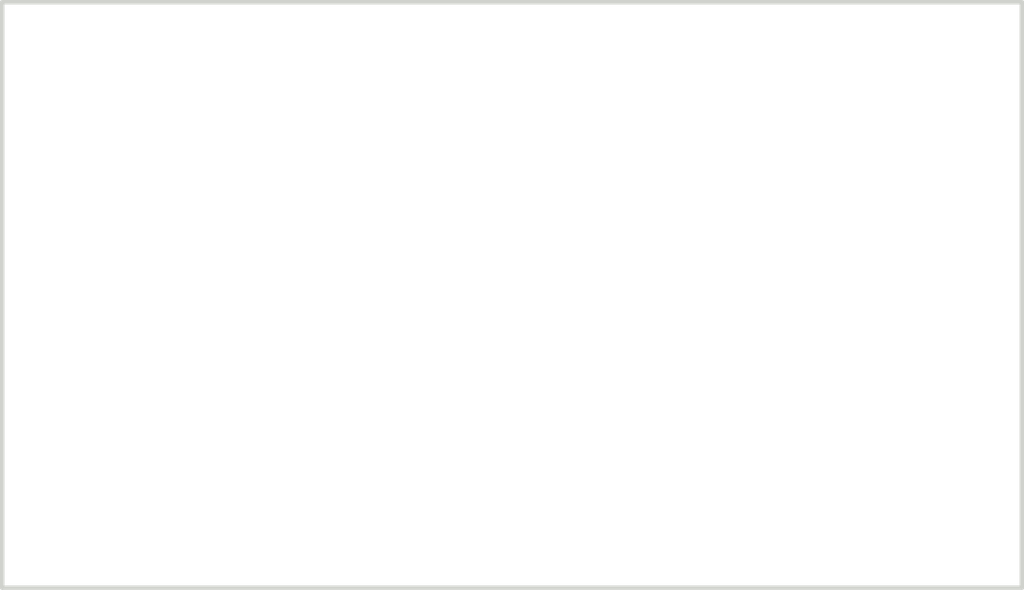
<source format=kicad_pcb>
(kicad_pcb (version 3) (host pcbnew "(2013-jul-07)-stable")

  (general
    (links 0)
    (no_connects 0)
    (area 0 0 0 0)
    (thickness 1.6)
    (drawings 4)
    (tracks 0)
    (zones 0)
    (modules 0)
    (nets 1)
  )

  (page A3)
  (layers
    (15 F.Cu signal)
    (0 B.Cu signal)
    (16 B.Adhes user)
    (17 F.Adhes user)
    (18 B.Paste user)
    (19 F.Paste user)
    (20 B.SilkS user)
    (21 F.SilkS user)
    (22 B.Mask user)
    (23 F.Mask user)
    (24 Dwgs.User user)
    (25 Cmts.User user)
    (26 Eco1.User user)
    (27 Eco2.User user)
    (28 Edge.Cuts user)
  )

  (setup
    (last_trace_width 0.254)
    (trace_clearance 0.254)
    (zone_clearance 0.508)
    (zone_45_only no)
    (trace_min 0.254)
    (segment_width 0.381)
    (edge_width 0.381)
    (via_size 0.889)
    (via_drill 0.635)
    (via_min_size 0.889)
    (via_min_drill 0.508)
    (uvia_size 0.508)
    (uvia_drill 0.127)
    (uvias_allowed no)
    (uvia_min_size 0.508)
    (uvia_min_drill 0.127)
    (pcb_text_width 0.3048)
    (pcb_text_size 1.524 2.032)
    (mod_edge_width 0.1905)
    (mod_text_size 1.524 1.524)
    (mod_text_width 0.127)
    (pad_size 1.397 1.397)
    (pad_drill 0.8001)
    (pad_to_mask_clearance 0.254)
    (aux_axis_origin 0 0)
    (visible_elements FFFFFFBF)
    (pcbplotparams
      (layerselection 3178497)
      (usegerberextensions true)
      (excludeedgelayer true)
      (linewidth 0.150000)
      (plotframeref false)
      (viasonmask false)
      (mode 1)
      (useauxorigin false)
      (hpglpennumber 1)
      (hpglpenspeed 20)
      (hpglpendiameter 15)
      (hpglpenoverlay 2)
      (psnegative false)
      (psa4output false)
      (plotreference true)
      (plotvalue true)
      (plotothertext true)
      (plotinvisibletext false)
      (padsonsilk false)
      (subtractmaskfromsilk false)
      (outputformat 1)
      (mirror false)
      (drillshape 1)
      (scaleselection 1)
      (outputdirectory ""))
  )

  (net 0 "")

  (net_class Default "This is the default net class."
    (clearance 0.254)
    (trace_width 0.254)
    (via_dia 0.889)
    (via_drill 0.635)
    (uvia_dia 0.508)
    (uvia_drill 0.127)
    (add_net "")
  )

  (gr_line (start 87 50) (end 87 0) (angle 90) (layer Edge.Cuts) (width 0.381) (tstamp 570E56C3))
  (gr_line (start 0 50) (end 0 0) (angle 90) (layer Edge.Cuts) (width 0.381))
  (gr_line (start 0 50) (end 87 50) (angle 90) (layer Edge.Cuts) (width 0.381) (tstamp 570E561C))
  (gr_line (start 0 0) (end 87 0) (angle 90) (layer Edge.Cuts) (width 0.381))

)

</source>
